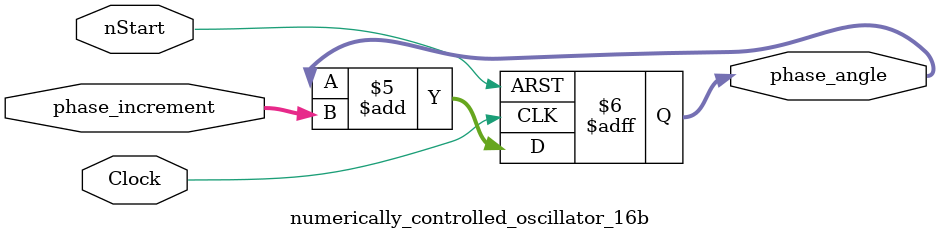
<source format=v>
module audio_generator_16b_signed (Clock, nStart, Select, Out);
	input Clock, nStart;
	input 		   	  [11:0] Select;
	output reg signed [15:0] Out;

	// Phase increment = freq_note/freq_clock * 2^N
	parameter C    = 32'd22474, C_sh = 32'd23810, D    = 32'd25225, D_sh = 32'd26726, E    = 32'd28315, F = 32'd29999, 
			    F_sh = 32'd31782, G    = 32'd33673, G_sh = 32'd35674, A    = 32'd37796, A_sh = 32'd40043, B = 32'd42424;

	reg [3:0] sum;
	integer i;
	always@(*)
	begin
		sum = 0;
		for (i = 0; i < 12; i = i + 1)
			sum = sum + Select[i];
	end

	wire signed [15:0] amplitude [11:0];
	
	waveform_generator_16b W1  (Clock, nStart, C,    amplitude[0]);
	waveform_generator_16b W2  (Clock, nStart, C_sh, amplitude[1]);
	waveform_generator_16b W3  (Clock, nStart, D,    amplitude[2]);
	waveform_generator_16b W4  (Clock, nStart, D_sh, amplitude[3]);
	waveform_generator_16b W5  (Clock, nStart, E,    amplitude[4]);
	waveform_generator_16b W6  (Clock, nStart, F,    amplitude[5]);
	waveform_generator_16b W7  (Clock, nStart, F_sh, amplitude[6]);
	waveform_generator_16b W8  (Clock, nStart, G,    amplitude[7]);
	waveform_generator_16b W9  (Clock, nStart, G_sh, amplitude[8]);
	waveform_generator_16b W10 (Clock, nStart, A,    amplitude[9]);
	waveform_generator_16b W11 (Clock, nStart, A_sh, amplitude[10]);
	waveform_generator_16b W12 (Clock, nStart, B,    amplitude[11]);

	reg signed [31:0] amplitude_sum;
	integer j;
	always@(posedge Clock)
	begin
		amplitude_sum = 0;
		for (j = 0; j < 12; j = j + 1)
		begin
			if (Select[j]) amplitude_sum = amplitude_sum + amplitude[j];
		end
		if (sum != 0) Out <= amplitude_sum >>> 1;
		else Out <= 0;
	end
endmodule

module waveform_generator_16b (Clock, nStart, phase_increment, amplitude);
	input Clock, nStart;
	input [31:0] phase_increment;
	output signed [15:0] amplitude;

	wire [31:0] phase_angle;
	numerically_controlled_oscillator_16b N1 (Clock, nStart, phase_increment, phase_angle);

	// sine lookup table
	rom512x16 U1 (phase_angle[31:23], Clock, amplitude);
endmodule

module numerically_controlled_oscillator_16b (Clock, nStart, phase_increment, phase_angle);
	input Clock, nStart;
	input [31:0] phase_increment;
	output reg [31:0] phase_angle;
	
	always@(posedge Clock, negedge nStart)
		if (!nStart)
			phase_angle <= 0;
		else
			phase_angle <= phase_angle + phase_increment;
endmodule
</source>
